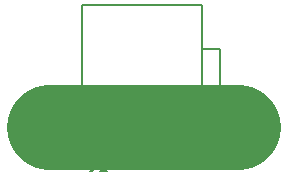
<source format=gto>
%TF.GenerationSoftware,KiCad,Pcbnew,4.0.5-e0-6337~49~ubuntu16.04.1*%
%TF.CreationDate,2017-04-26T11:52:08-07:00*%
%TF.ProjectId,2x3-Stereo-Headphone-Jack,3278332D53746572656F2D4865616470,1.0*%
%TF.FileFunction,Legend,Top*%
%FSLAX46Y46*%
G04 Gerber Fmt 4.6, Leading zero omitted, Abs format (unit mm)*
G04 Created by KiCad (PCBNEW 4.0.5-e0-6337~49~ubuntu16.04.1) date Wed Apr 26 11:52:08 2017*
%MOMM*%
%LPD*%
G01*
G04 APERTURE LIST*
%ADD10C,0.350000*%
%ADD11C,7.200000*%
%ADD12C,0.152400*%
%ADD13C,0.150000*%
G04 APERTURE END LIST*
D10*
D11*
X21994400Y-44094400D02*
X5994400Y-44094400D01*
D12*
X20471400Y-37490400D02*
X18947400Y-37490400D01*
X18947400Y-42697400D02*
X20471400Y-42697400D01*
X18947400Y-33807400D02*
X8787400Y-33807400D01*
X18947400Y-46507400D02*
X18947400Y-33807400D01*
X8787400Y-46507400D02*
X18947400Y-46507400D01*
X8787400Y-33807400D02*
X8787400Y-46507400D01*
X20471400Y-42697400D02*
X20471400Y-37617400D01*
D13*
X9851067Y-46848781D02*
X9851067Y-47563067D01*
X9803447Y-47705924D01*
X9708209Y-47801162D01*
X9565352Y-47848781D01*
X9470114Y-47848781D01*
X10851067Y-47848781D02*
X10279638Y-47848781D01*
X10565352Y-47848781D02*
X10565352Y-46848781D01*
X10470114Y-46991638D01*
X10374876Y-47086876D01*
X10279638Y-47134495D01*
%LPC*%
M02*

</source>
